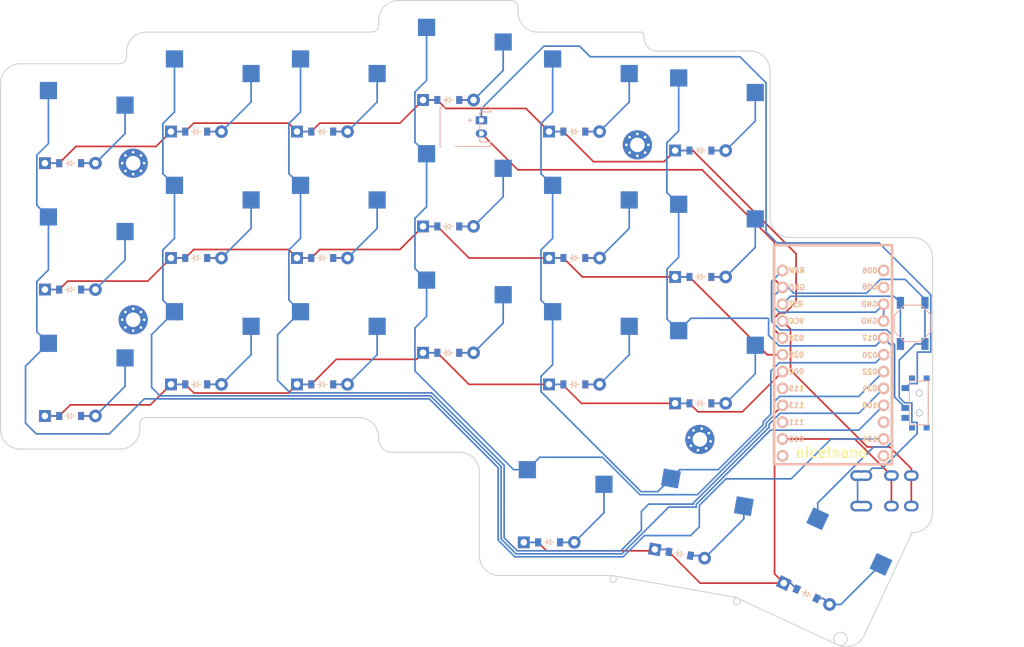
<source format=kicad_pcb>
(kicad_pcb (version 20221018) (generator pcbnew)
  (title_block (title "left") (rev "v1.0.0") (company "Unknown"))
  (layers (0 "F.Cu" signal) (31 "B.Cu" signal) (34 "B.Paste" user) (35 "F.Paste" user) (36 "B.SilkS" user "B.Silkscreen") (37 "F.SilkS" user "F.Silkscreen") (38 "B.Mask" user) (39 "F.Mask" user) (44 "Edge.Cuts" user))
  (net 0 "")
  (net 1 "P017")
  (net 2 "reachy_cluster")
  (net 3 "P020")
  (net 4 "tucky_cluster")
  (net 5 "P022")
  (net 6 "stim_cluster")
  (net 7 "P104")
  (net 8 "outer_bottom")
  (net 9 "outer_home")
  (net 10 "outer_top")
  (net 11 "P100")
  (net 12 "pinky_bottom")
  (net 13 "pinky_home")
  (net 14 "pinky_top")
  (net 15 "P024")
  (net 16 "ring_bottom")
  (net 17 "ring_home")
  (net 18 "ring_top")
  (net 19 "middle_bottom")
  (net 20 "middle_home")
  (net 21 "middle_top")
  (net 22 "index_bottom")
  (net 23 "index_home")
  (net 24 "index_top")
  (net 25 "inner_bottom")
  (net 26 "inner_home")
  (net 27 "inner_top")
  (net 28 "P113")
  (net 29 "P002")
  (net 30 "P029")
  (net 31 "P031")
  (net 32 "pos")
  (net 33 "GND")
  (net 34 "RST")
  (net 35 "RAW")
  (net 36 "P010")
  (net 37 "VCC")
  (net 38 "P115")
  (net 39 "P111")
  (net 40 "P009")
  (net 41 "P006")
  (net 42 "P008")
  (net 43 "P011")
  (net 44 "P106")
  (footprint "E73:SPDT_C128955" (layer "F.Cu") (at 271.44955 162.8529 -90)
    (fp_text reference "T1" hide)
    (fp_text value "" hide)
  )
  (footprint "E73:SW_TACT_ALPS_SKQGABE010" (layer "F.Cu") (at 270.44955 150.8529 -90)
    (fp_text reference "B1" hide)
    (fp_text value "" hide)
  )
  (footprint "PG1350" (layer "F.Cu") (at 143.44955 140.7579)
    (fp_text reference "S5" hide)
    (fp_text value "" hide)
  )
  (footprint "PG1350" (layer "F.Cu") (at 256.583158 187.083755 -25)
    (fp_text reference "S1" hide)
    (fp_text value "" hide)
  )
  (footprint "ComboDiode" (layer "F.Cu") (at 143.44955 145.7579)
    (fp_text reference "D5" hide)
    (fp_text value "" hide)
  )
  (footprint "ComboDiode" (layer "F.Cu") (at 254.470067 191.615294 -25)
    (fp_text reference "D1" hide)
    (fp_text value "" hide)
  )
  (footprint "PG1350" (layer "F.Cu") (at 238.44955 138.8529)
    (fp_text reference "S20" hide)
    (fp_text value "" hide)
  )
  (footprint "PG1350" (layer "F.Cu") (at 162.44955 135.9954)
    (fp_text reference "S8" hide)
    (fp_text value "" hide)
  )
  (footprint "ComboDiode" (layer "F.Cu") (at 181.44955 140.9954)
    (fp_text reference "D11" hide)
    (fp_text value "" hide)
  )
  (footprint "TRRS-PJ-320A-dual" (layer "F.Cu") (at 273.44635 178.4007 -90)
    (fp_text reference "TRRS1")
    (fp_text value "TRRS-PJ-320A-dual")
  )
  (footprint "JST_PH_S2B-PH-K_02x2.00mm_Angled" (layer "F.Cu") (at 205.44955 121.2329 -90)
    (fp_text reference "JST1" hide)
    (fp_text value "" hide)
  )
  (footprint "ComboDiode" (layer "F.Cu") (at 181.44955 160.0454)
    (fp_text reference "D10" hide)
    (fp_text value "" hide)
  )
  (footprint "ComboDiode" (layer "F.Cu") (at 143.44955 164.8079)
    (fp_text reference "D4" hide)
    (fp_text value "" hide)
  )
  (footprint "PG1350" (layer "F.Cu") (at 181.44955 155.0454)
    (fp_text reference "S10" hide)
    (fp_text value "" hide)
  )
  (footprint "ComboDiode" (layer "F.Cu") (at 181.44955 121.9454)
    (fp_text reference "D12" hide)
    (fp_text value "" hide)
  )
  (footprint "PG1350" (layer "F.Cu") (at 236.198843 180.656605 -10)
    (fp_text reference "S2" hide)
    (fp_text value "" hide)
  )
  (footprint "ComboDiode" (layer "F.Cu") (at 238.44955 143.8529)
    (fp_text reference "D20" hide)
    (fp_text value "" hide)
  )
  (footprint "PG1350" (layer "F.Cu") (at 215.63955 178.8579)
    (fp_text reference "S3" hide)
    (fp_text value "" hide)
  )
  (footprint "ComboDiode" (layer "F.Cu") (at 219.44955 160.0454)
    (fp_text reference "D16" hide)
    (fp_text value "" hide)
  )
  (footprint "PG1350" (layer "F.Cu") (at 219.44955 135.9954)
    (fp_text reference "S17" hide)
    (fp_text value "" hide)
  )
  (footprint "ComboDiode" (layer "F.Cu") (at 238.44955 124.8029)
    (fp_text reference "D21" hide)
    (fp_text value "" hide)
  )
  (footprint "ComboDiode" (layer "F.Cu") (at 238.44955 162.9029)
    (fp_text reference "D19" hide)
    (fp_text value "" hide)
  )
  (footprint "MountingHole_2.2mm_M2_Pad_Via" (layer "F.Cu") (at 152.94955 150.3079)
    (fp_text reference "_2" hide)
    (fp_text value "")
  )
  (footprint "PG1350" (layer "F.Cu") (at 181.44955 116.9454)
    (fp_text reference "S12" hide)
    (fp_text value "" hide)
  )
  (footprint "PG1350" (layer "F.Cu") (at 162.44955 116.9454)
    (fp_text reference "S9" hide)
    (fp_text value "" hide)
  )
  (footprint "MountingHole_2.2mm_M2_Pad_Via" (layer "F.Cu") (at 228.94955 123.9454)
    (fp_text reference "_3" hide)
    (fp_text value "")
  )
  (footprint "ComboDiode" (layer "F.Cu") (at 200.44955 117.1829)
    (fp_text reference "D15" hide)
    (fp_text value "" hide)
  )
  (footprint "MountingHole_2.2mm_M2_Pad_Via" (layer "F.Cu") (at 238.369445 168.346508 -10)
    (fp_text reference "_4" hide)
    (fp_text value "")
  )
  (footprint "PG1350" (layer "F.Cu") (at 143.44955 121.7079)
    (fp_text reference "S6" hide)
    (fp_text value "" hide)
  )
  (footprint "PG1350" (layer "F.Cu") (at 162.44955 155.0454)
    (fp_text reference "S7" hide)
    (fp_text value "" hide)
  )
  (footprint "PG1350" (layer "F.Cu") (at 200.44955 131.2329)
    (fp_text reference "S14" hide)
    (fp_text value "" hide)
  )
  (footprint "ComboDiode" (layer "F.Cu") (at 219.44955 140.9954)
    (fp_text reference "D17" hide)
    (fp_text value "" hide)
  )
  (footprint "ComboDiode" (layer "F.Cu") (at 162.44955 140.9954)
    (fp_text reference "D8" hide)
    (fp_text value "" hide)
  )
  (footprint "ComboDiode" (layer "F.Cu") (at 235.330602 185.580644 -10)
    (fp_text reference "D2" hide)
    (fp_text value "" hide)
  )
  (footprint "PG1350" (layer "F.Cu") (at 200.44955 150.2829)
    (fp_text reference "S13" hide)
    (fp_text value "" hide)
  )
  (footprint "PG1350" (layer "F.Cu") (at 181.44955 135.9954)
    (fp_text reference "S11" hide)
    (fp_text value "" hide)
  )
  (footprint "PG1350" (layer "F.Cu") (at 143.44955 159.8079)
    (fp_text reference "S4" hide)
    (fp_text value "" hide)
  )
  (footprint "ComboDiode" (layer "F.Cu") (at 215.63955 183.8579)
    (fp_text reference "D3" hide)
    (fp_text value "" hide)
  )
  (footprint "PG1350" (layer "F.Cu") (at 238.44955 119.8029)
    (fp_text reference "S21" hide)
    (fp_text value "" hide)
  )
  (footprint "PG1350" (layer "F.Cu") (at 219.44955 155.0454)
    (fp_text reference "S16" hide)
    (fp_text value "" hide)
  )
  (footprint "ComboDiode" (layer "F.Cu") (at 143.44955 126.7079)
    (fp_text reference "D6" hide)
    (fp_text value "" hide)
  )
  (footprint "PG1350" (layer "F.Cu") (at 219.44955 116.9454)
    (fp_text reference "S18" hide)
    (fp_text value "" hide)
  )
  (footprint "nice_nano" (layer "F.Cu") (at 258.44955 156.8529 -90)
    (fp_text reference "MCU1" hide)
    (fp_text value "nice_nano" hide)
  )
  (footprint "ComboDiode" (layer "F.Cu") (at 162.44955 121.9454)
    (fp_text reference "D9" hide)
    (fp_text value "" hide)
  )
  (footprint "PG1350" (layer "F.Cu") (at 200.44955 112.1829)
    (fp_text reference "S15" hide)
    (fp_text value "" hide)
  )
  (footprint "ComboDiode" (layer "F.Cu") (at 219.44955 121.9454)
    (fp_text reference "D18" hide)
    (fp_text value "" hide)
  )
  (footprint "ComboDiode" (layer "F.Cu") (at 200.44955 155.2829)
    (fp_text reference "D13" hide)
    (fp_text value "" hide)
  )
  (footprint "ComboDiode" (layer "F.Cu") (at 200.44955 136.2329)
    (fp_text reference "D14" hide)
    (fp_text value "" hide)
  )
  (footprint "PG1350" (layer "F.Cu") (at 238.44955 157.9029)
    (fp_text reference "S19" hide)
    (fp_text value "" hide)
  )
  (footprint "ComboDiode" (layer "F.Cu") (at 162.44955 160.0454)
    (fp_text reference "D7" hide)
    (fp_text value "" hide)
  )
  (footprint "MountingHole_2.2mm_M2_Pad_Via" (layer "F.Cu") (at 152.94955 126.7079)
    (fp_text reference "_1" hide)
    (fp_text value "")
  )
  (gr_line (start 189.94955 105.1829) (end 189.94955 105.9454) (stroke (width 0.15)) (layer "Edge.Cuts"))
  (gr_arc (start 151.94955 110.7079) (mid 151.656657 111.415007) (end 150.94955 111.7079) (stroke (width 0.15)) (layer "Edge.Cuts"))
  (gr_line (start 229.94955 107.8029) (end 229.94955 107.4454) (stroke (width 0.15)) (layer "Edge.Cuts"))
  (gr_line (start 151.94955 109.9454) (end 151.94955 110.7079) (stroke (width 0.15)) (layer "Edge.Cuts"))
  (gr_line (start 231.94955 109.8029) (end 245.94955 109.8029) (stroke (width 0.15)) (layer "Edge.Cuts"))
  (gr_arc (start 231.94955 109.8029) (mid 230.535336 109.217114) (end 229.94955 107.8029) (stroke (width 0.15)) (layer "Edge.Cuts"))
  (gr_arc (start 151.94955 109.9454) (mid 152.82823 107.82408) (end 154.94955 106.9454) (stroke (width 0.15)) (layer "Edge.Cuts"))
  (gr_arc (start 189.94955 105.9454) (mid 189.656657 106.652507) (end 188.94955 106.9454) (stroke (width 0.15)) (layer "Edge.Cuts"))
  (gr_arc (start 191.94955 170.2829) (mid 190.535336 169.697114) (end 189.94955 168.2829) (stroke (width 0.15)) (layer "Edge.Cuts"))
  (gr_arc (start 259.154284 199.31647) (mid 259.99952 197.503854) (end 259.154284 199.31647) (stroke (width 0.15)) (layer "Edge.Cuts"))
  (gr_line (start 244.139023 192.314739) (end 259.154284 199.31647) (stroke (width 0.15)) (layer "Edge.Cuts"))
  (gr_line (start 189.94955 168.2829) (end 189.94955 168.0454) (stroke (width 0.15)) (layer "Edge.Cuts"))
  (gr_arc (start 208.13955 188.8579) (mid 206.01823 187.97922) (end 205.13955 185.8579) (stroke (width 0.15)) (layer "Edge.Cuts"))
  (gr_arc (start 213.94955 106.9454) (mid 211.82823 106.06672) (end 210.94955 103.9454) (stroke (width 0.15)) (layer "Edge.Cuts"))
  (gr_arc (start 132.94955 114.7079) (mid 133.82823 112.58658) (end 135.94955 111.7079) (stroke (width 0.15)) (layer "Edge.Cuts"))
  (gr_line (start 210.94955 103.9454) (end 210.94955 103.1829) (stroke (width 0.15)) (layer "Edge.Cuts"))
  (gr_line (start 213.94955 106.9454) (end 229.44955 106.9454) (stroke (width 0.15)) (layer "Edge.Cuts"))
  (gr_line (start 153.94955 166.8079) (end 153.94955 166.0454) (stroke (width 0.15)) (layer "Edge.Cuts"))
  (gr_line (start 251.94955 137.9029) (end 270.44955 137.9029) (stroke (width 0.15)) (layer "Edge.Cuts"))
  (gr_line (start 208.13955 188.8579) (end 224.860527 188.8579) (stroke (width 0.15)) (layer "Edge.Cuts"))
  (gr_line (start 225.381471 188.903477) (end 243.392113 192.079239) (stroke (width 0.15)) (layer "Edge.Cuts"))
  (gr_arc (start 153.94955 166.0454) (mid 154.242443 165.338293) (end 154.94955 165.0454) (stroke (width 0.15)) (layer "Edge.Cuts"))
  (gr_arc (start 245.94955 109.8029) (mid 248.07087 110.68158) (end 248.94955 112.8029) (stroke (width 0.15)) (layer "Edge.Cuts"))
  (gr_line (start 154.94955 106.9454) (end 188.94955 106.9454) (stroke (width 0.15)) (layer "Edge.Cuts"))
  (gr_arc (start 263.141063 197.865401) (mid 261.448197 199.416594) (end 259.154284 199.31647) (stroke (width 0.15)) (layer "Edge.Cuts"))
  (gr_line (start 135.94955 111.7079) (end 150.94955 111.7079) (stroke (width 0.15)) (layer "Edge.Cuts"))
  (gr_arc (start 189.94955 105.1829) (mid 190.82823 103.06158) (end 192.94955 102.1829) (stroke (width 0.15)) (layer "Edge.Cuts"))
  (gr_line (start 263.141062 197.865401) (end 270.325573 182.458169) (stroke (width 0.15)) (layer "Edge.Cuts"))
  (gr_line (start 248.94955 134.9029) (end 248.94955 112.8029) (stroke (width 0.15)) (layer "Edge.Cuts"))
  (gr_line (start 135.94955 169.8079) (end 150.94955 169.8079) (stroke (width 0.15)) (layer "Edge.Cuts"))
  (gr_arc (start 186.94955 165.0454) (mid 189.07087 165.92408) (end 189.94955 168.0454) (stroke (width 0.15)) (layer "Edge.Cuts"))
  (gr_line (start 154.94955 165.0454) (end 186.94955 165.0454) (stroke (width 0.15)) (layer "Edge.Cuts"))
  (gr_arc (start 273.44955 179.4029) (mid 272.57087 181.52422) (end 270.44955 182.4029) (stroke (width 0.15)) (layer "Edge.Cuts"))
  (gr_arc (start 224.860527 188.8579) (mid 225.121994 188.869314) (end 225.381471 188.903477) (stroke (width 0.15)) (layer "Edge.Cuts"))
  (gr_arc (start 270.44955 137.9029) (mid 272.57087 138.78158) (end 273.44955 140.9029) (stroke (width 0.15)) (layer "Edge.Cuts"))
  (gr_line (start 209.94955 102.1829) (end 192.94955 102.1829) (stroke (width 0.15)) (layer "Edge.Cuts"))
  (gr_line (start 273.44955 179.4029) (end 273.44955 140.9029) (stroke (width 0.15)) (layer "Edge.Cuts"))
  (gr_line (start 270.325573 182.458169) (end 270.207048 182.4029) (stroke (width 0.15)) (layer "Edge.Cuts"))
  (gr_arc (start 243.392113 192.079239) (mid 243.773284 192.172515) (end 244.139023 192.314739) (stroke (width 0.15)) (layer "Edge.Cuts"))
  (gr_line (start 132.94955 166.8079) (end 132.94955 114.7079) (stroke (width 0.15)) (layer "Edge.Cuts"))
  (gr_arc (start 202.13955 170.2829) (mid 204.26087 171.16158) (end 205.13955 173.2829) (stroke (width 0.15)) (layer "Edge.Cuts"))
  (gr_arc (start 251.94955 137.9029) (mid 249.82823 137.02422) (end 248.94955 134.9029) (stroke (width 0.15)) (layer "Edge.Cuts"))
  (gr_line (start 191.94955 170.2829) (end 202.13955 170.2829) (stroke (width 0.15)) (layer "Edge.Cuts"))
  (gr_line (start 205.13955 185.8579) (end 205.13955 173.2829) (stroke (width 0.15)) (layer "Edge.Cuts"))
  (gr_line (start 270.44955 182.4029) (end 270.207048 182.4029) (stroke (width 0.15)) (layer "Edge.Cuts"))
  (gr_arc (start 225.381471 188.903477) (mid 225.207823 189.888285) (end 225.381471 188.903477) (stroke (width 0.15)) (layer "Edge.Cuts"))
  (gr_arc (start 209.94955 102.1829) (mid 210.656657 102.475793) (end 210.94955 103.1829) (stroke (width 0.15)) (layer "Edge.Cuts"))
  (gr_arc (start 229.44955 106.9454) (mid 229.803103 107.091847) (end 229.94955 107.4454) (stroke (width 0.15)) (layer "Edge.Cuts"))
  (gr_arc (start 153.94955 166.8079) (mid 153.07087 168.92922) (end 150.94955 169.8079) (stroke (width 0.15)) (layer "Edge.Cuts"))
  (gr_arc (start 244.139023 192.314739) (mid 243.716405 193.221047) (end 244.139023 192.314739) (stroke (width 0.15)) (layer "Edge.Cuts"))
  (gr_arc (start 135.94955 169.8079) (mid 133.82823 168.92922) (end 132.94955 166.8079) (stroke (width 0.15)) (layer "Edge.Cuts"))
  (segment (start 233.42555 142.6389) (end 233.42555 150.2039) (width 0.25) (layer "B.Cu") (net 1))
  (segment (start 235.17455 113.8529) (end 235.17455 121.8399) (width 0.25) (layer "B.Cu") (net 1))
  (segment (start 267.27085 168.780495) (end 267.27085 154.2442) (width 0.25) (layer "B.Cu") (net 1))
  (segment (start 267.27085 154.2442) (end 266.06955 153.0429) (width 0.25) (layer "B.Cu") (net 1))
  (segment (start 233.39095 123.6235) (end 233.39095 131.1193) (width 0.25) (layer "B.Cu") (net 1))
  (segment (start 266.567145 169.4842) (end 267.27085 168.780495) (width 0.25) (layer "B.Cu") (net 1))
  (segment (start 235.17455 121.8399) (end 233.39095 123.6235) (width 0.25) (layer "B.Cu") (net 1))
  (segment (start 256.129579 180.307149) (end 256.129579 177.926481) (width 0.25) (layer "B.Cu") (net 1))
  (segment (start 248.72825 152.640495) (end 250.331955 154.2442) (width 0.25) (layer "B.Cu") (net 1))
  (segment (start 233.42555 150.2039) (end 235.17455 151.9529) (width 0.25) (layer "B.Cu") (net 1))
  (segment (start 248.61595 150.0779) (end 248.72825 150.1902) (width 0.25) (layer "B.Cu") (net 1))
  (segment (start 256.129579 177.926481) (end 264.57186 169.4842) (width 0.25) (layer "B.Cu") (net 1))
  (segment (start 235.17455 132.9029) (end 235.17455 140.8899) (width 0.25) (layer "B.Cu") (net 1))
  (segment (start 233.39095 131.1193) (end 235.17455 132.9029) (width 0.25) (layer "B.Cu") (net 1))
  (segment (start 237.04955 150.0779) (end 248.61595 150.0779) (width 0.25) (layer "B.Cu") (net 1))
  (segment (start 250.331955 154.2442) (end 264.86825 154.2442) (width 0.25) (layer "B.Cu") (net 1))
  (segment (start 235.17455 140.8899) (end 233.42555 142.6389) (width 0.25) (layer "B.Cu") (net 1))
  (segment (start 264.86825 154.2442) (end 266.06955 153.0429) (width 0.25) (layer "B.Cu") (net 1))
  (segment (start 264.57186 169.4842) (end 266.567145 169.4842) (width 0.25) (layer "B.Cu") (net 1))
  (segment (start 235.17455 151.9529) (end 237.04955 150.0779) (width 0.25) (layer "B.Cu") (net 1))
  (segment (start 248.72825 150.1902) (end 248.72825 152.640495) (width 0.25) (layer "B.Cu") (net 1))
  (segment (start 255.965475 192.312614) (end 257.010244 192.312614) (width 0.25) (layer "F.Cu") (net 2))
  (segment (start 257.010244 192.312614) (end 257.9231 193.22547) (width 0.25) (layer "F.Cu") (net 2))
  (segment (start 257.010244 192.312614) (end 257.9231 193.22547) (width 0.25) (layer "B.Cu") (net 2))
  (segment (start 255.965475 192.312614) (end 257.010244 192.312614) (width 0.25) (layer "B.Cu") (net 2))
  (segment (start 265.667673 187.182267) (end 259.62447 193.22547) (width 0.25) (layer "B.Cu") (net 2))
  (segment (start 259.62447 193.22547) (end 257.9231 193.22547) (width 0.25) (layer "B.Cu") (net 2))
  (segment (start 249.0724 158.043755) (end 250.331955 156.7842) (width 0.25) (layer "B.Cu") (net 3))
  (segment (start 249.0724 164.528363) (end 249.0724 158.043755) (width 0.25) (layer "B.Cu") (net 3))
  (segment (start 250.331955 156.7842) (end 264.86825 156.7842) (width 0.25) (layer "B.Cu") (net 3))
  (segment (start 216.17455 149.0954) (end 216.17455 157.0824) (width 0.25) (layer "B.Cu") (net 3))
  (segment (start 241.146503 172.8978) (end 247.922895 166.121408) (width 0.25) (layer "B.Cu") (net 3))
  (segment (start 264.86825 156.7842) (end 266.06955 155.5829) (width 0.25) (layer "B.Cu") (net 3))
  (segment (start 232.013106 176.221999) (end 234.006804 174.228301) (width 0.25) (layer "B.Cu") (net 3))
  (segment (start 214.42555 147.3464) (end 216.17455 149.0954) (width 0.25) (layer "B.Cu") (net 3))
  (segment (start 216.17455 110.9954) (end 216.17455 118.9824) (width 0.25) (layer "B.Cu") (net 3))
  (segment (start 216.17455 118.9824) (end 214.42555 120.7314) (width 0.25) (layer "B.Cu") (net 3))
  (segment (start 229.510449 176.221999) (end 232.013106 176.221999) (width 0.25) (layer "B.Cu") (net 3))
  (segment (start 235.337305 172.8978) (end 241.146503 172.8978) (width 0.25) (layer "B.Cu") (net 3))
  (segment (start 247.922895 166.121408) (end 247.922895 165.677868) (width 0.25) (layer "B.Cu") (net 3))
  (segment (start 214.42555 139.7814) (end 214.42555 147.3464) (width 0.25) (layer "B.Cu") (net 3))
  (segment (start 234.006804 174.228301) (end 235.337305 172.8978) (width 0.25) (layer "B.Cu") (net 3))
  (segment (start 214.42555 158.8314) (end 214.42555 161.1371) (width 0.25) (layer "B.Cu") (net 3))
  (segment (start 216.17455 157.0824) (end 214.42555 158.8314) (width 0.25) (layer "B.Cu") (net 3))
  (segment (start 216.17455 138.0324) (end 214.42555 139.7814) (width 0.25) (layer "B.Cu") (net 3))
  (segment (start 247.922895 165.677868) (end 249.0724 164.528363) (width 0.25) (layer "B.Cu") (net 3))
  (segment (start 214.42555 161.1371) (end 229.510449 176.221999) (width 0.25) (layer "B.Cu") (net 3))
  (segment (start 214.42555 120.7314) (end 214.42555 128.2964) (width 0.25) (layer "B.Cu") (net 3))
  (segment (start 216.17455 130.0454) (end 216.17455 138.0324) (width 0.25) (layer "B.Cu") (net 3))
  (segment (start 214.42555 128.2964) (end 216.17455 130.0454) (width 0.25) (layer "B.Cu") (net 3))
  (segment (start 238.707639 185.867163) (end 239.08272 186.242244) (width 0.25) (layer "F.Cu") (net 4))
  (segment (start 236.955535 185.867163) (end 238.707639 185.867163) (width 0.25) (layer "F.Cu") (net 4))
  (segment (start 244.999308 178.400515) (end 244.999308 180.325656) (width 0.25) (layer "B.Cu") (net 4))
  (segment (start 238.707639 185.867163) (end 239.08272 186.242244) (width 0.25) (layer "B.Cu") (net 4))
  (segment (start 244.999308 180.325656) (end 239.08272 186.242244) (width 0.25) (layer "B.Cu") (net 4))
  (segment (start 236.955535 185.867163) (end 238.707639 185.867163) (width 0.25) (layer "B.Cu") (net 4))
  (segment (start 249.57075 162.6781) (end 250.38465 161.8642) (width 0.25) (layer "B.Cu") (net 5))
  (segment (start 197.17455 125.2829) (end 197.17455 133.2699) (width 0.25) (layer "B.Cu") (net 5))
  (segment (start 238.0087 176.671999) (end 248.372895 166.307804) (width 0.25) (layer "B.Cu") (net 5))
  (segment (start 195.42555 115.9689) (end 195.42555 123.5339) (width 0.25) (layer "B.Cu") (net 5))
  (segment (start 197.17455 149.791584) (end 195.42555 151.540584) (width 0.25) (layer "B.Cu") (net 5))
  (segment (start 248.372895 165.864264) (end 249.57075 164.666409) (width 0.25) (layer "B.Cu") (net 5))
  (segment (start 249.57075 164.666409) (end 249.57075 162.6781) (width 0.25) (layer "B.Cu") (net 5))
  (segment (start 197.17455 133.2699) (end 195.42555 135.0189) (width 0.25) (layer "B.Cu") (net 5))
  (segment (start 195.42555 142.5839) (end 197.17455 144.3329) (width 0.25) (layer "B.Cu") (net 5))
  (segment (start 223.684954 171.0329) (end 229.324053 176.671999) (width 0.25) (layer "B.Cu") (net 5))
  (segment (start 195.42555 158.03675) (end 210.2967 172.9079) (width 0.25) (layer "B.Cu") (net 5))
  (segment (start 195.42555 135.0189) (end 195.42555 142.5839) (width 0.25) (layer "B.Cu") (net 5))
  (segment (start 195.42555 151.540584) (end 195.42555 158.03675) (width 0.25) (layer "B.Cu") (net 5))
  (segment (start 214.23955 171.0329) (end 223.684954 171.0329) (width 0.25) (layer "B.Cu") (net 5))
  (segment (start 197.17455 106.2329) (end 197.17455 114.2199) (width 0.25) (layer "B.Cu") (net 5))
  (segment (start 229.324053 176.671999) (end 238.0087 176.671999) (width 0.25) (layer "B.Cu") (net 5))
  (segment (start 250.38465 161.8642) (end 262.32825 161.8642) (width 0.25) (layer "B.Cu") (net 5))
  (segment (start 197.17455 114.2199) (end 195.42555 115.9689) (width 0.25) (layer "B.Cu") (net 5))
  (segment (start 195.42555 123.5339) (end 197.17455 125.2829) (width 0.25) (layer "B.Cu") (net 5))
  (segment (start 262.32825 161.8642) (end 266.06955 158.1229) (width 0.25) (layer "B.Cu") (net 5))
  (segment (start 210.2967 172.9079) (end 212.36455 172.9079) (width 0.25) (layer "B.Cu") (net 5))
  (segment (start 212.36455 172.9079) (end 214.23955 171.0329) (width 0.25) (layer "B.Cu") (net 5))
  (segment (start 248.372895 166.307804) (end 248.372895 165.864264) (width 0.25) (layer "B.Cu") (net 5))
  (segment (start 197.17455 144.3329) (end 197.17455 149.791584) (width 0.25) (layer "B.Cu") (net 5))
  (segment (start 217.28955 183.8579) (end 219.44955 183.8579) (width 0.25) (layer "F.Cu") (net 6))
  (segment (start 223.91455 175.1079) (end 223.91455 179.3929) (width 0.25) (layer "B.Cu") (net 6))
  (segment (start 223.91455 179.3929) (end 219.44955 183.8579) (width 0.25) (layer "B.Cu") (net 6))
  (segment (start 217.28955 183.8579) (end 219.44955 183.8579) (width 0.25) (layer "B.Cu") (net 6))
  (segment (start 149.33345 167.513) (end 154.61455 162.2319) (width 0.25) (layer "B.Cu") (net 7))
  (segment (start 138.42555 152.1089) (end 140.17455 153.8579) (width 0.25) (layer "B.Cu") (net 7))
  (segment (start 236.972877 182.83757) (end 238.288343 181.522104) (width 0.25) (layer "B.Cu") (net 7))
  (segment (start 238.288343 178.301544) (end 242.303987 174.2859) (width 0.25) (layer "B.Cu") (net 7))
  (segment (start 252.134043 174.2859) (end 258.137043 168.2829) (width 0.25) (layer "B.Cu") (net 7))
  (segment (start 140.17455 134.8079) (end 140.17455 142.7949) (width 0.25) (layer "B.Cu") (net 7))
  (segment (start 226.81862 186.0354) (end 230.01645 182.83757) (width 0.25) (layer "B.Cu") (net 7))
  (segment (start 207.9642 172.610942) (end 207.9642 183.532942) (width 0.25) (layer "B.Cu") (net 7))
  (segment (start 140.17455 123.7449) (end 138.42555 125.4939) (width 0.25) (layer "B.Cu") (net 7))
  (segment (start 140.17455 115.7579) (end 140.17455 123.7449) (width 0.25) (layer "B.Cu") (net 7))
  (segment (start 242.303987 174.2859) (end 252.134043 174.2859) (width 0.25) (layer "B.Cu") (net 7))
  (segment (start 207.9642 183.532942) (end 210.466658 186.0354) (width 0.25) (layer "B.Cu") (net 7))
  (segment (start 140.17455 142.7949) (end 138.42555 144.5439) (width 0.25) (layer "B.Cu") (net 7))
  (segment (start 140.17455 153.8579) (end 136.72365 157.3088) (width 0.25) (layer "B.Cu") (net 7))
  (segment (start 138.42555 125.4939) (end 138.42555 133.0589) (width 0.25) (layer "B.Cu") (net 7))
  (segment (start 197.585158 162.2319) (end 207.9642 172.610942) (width 0.25) (layer "B.Cu") (net 7))
  (segment (start 138.35305 167.513) (end 149.33345 167.513) (width 0.25) (layer "B.Cu") (net 7))
  (segment (start 136.72365 157.3088) (end 136.72365 165.8836) (width 0.25) (layer "B.Cu") (net 7))
  (segment (start 154.61455 162.2319) (end 197.585158 162.2319) (width 0.25) (layer "B.Cu") (net 7))
  (segment (start 136.72365 165.8836) (end 138.35305 167.513) (width 0.25) (layer "B.Cu") (net 7))
  (segment (start 238.288343 181.522104) (end 238.288343 178.301544) (width 0.25) (layer "B.Cu") (net 7))
  (segment (start 210.466658 186.0354) (end 226.81862 186.0354) (width 0.25) (layer "B.Cu") (net 7))
  (segment (start 230.01645 182.83757) (end 236.972877 182.83757) (width 0.25) (layer "B.Cu") (net 7))
  (segment (start 138.42555 144.5439) (end 138.42555 152.1089) (width 0.25) (layer "B.Cu") (net 7))
  (segment (start 138.42555 133.0589) (end 140.17455 134.8079) (width 0.25) (layer "B.Cu") (net 7))
  (segment (start 258.137043 168.2829) (end 266.06955 168.2829) (width 0.25) (layer "B.Cu") (net 7))
  (segment (start 145.09955 164.8079) (end 147.25955 164.8079) (width 0.25) (layer "F.Cu") (net 8))
  (segment (start 145.09955 164.8079) (end 147.25955 164.8079) (width 0.25) (layer "B.Cu") (net 8))
  (segment (start 151.72455 160.3429) (end 147.25955 164.8079) (width 0.25) (layer "B.Cu") (net 8))
  (segment (start 151.72455 156.0579) (end 151.72455 160.3429) (width 0.25) (layer "B.Cu") (net 8))
  (segment (start 145.09955 145.7579) (end 147.25955 145.7579) (width 0.25) (layer "F.Cu") (net 9))
  (segment (start 151.72455 141.2929) (end 147.25955 145.7579) (width 0.25) (layer "B.Cu") (net 9))
  (segment (start 151.72455 137.0079) (end 151.72455 141.2929) (width 0.25) (layer "B.Cu") (net 9))
  (segment (start 145.09955 145.7579) (end 147.25955 145.7579) (width 0.25) (layer "B.Cu") (net 9))
  (segment (start 145.09955 126.7079) (end 147.25955 126.7079) (width 0.25) (layer "F.Cu") (net 10))
  (segment (start 151.72455 117.9579) (end 151.72455 122.2429) (width 0.25) (layer "B.Cu") (net 10))
  (segment (start 151.72455 122.2429) (end 147.25955 126.7079) (width 0.25) (layer "B.Cu") (net 10))
  (segment (start 145.09955 126.7079) (end 147.25955 126.7079) (width 0.25) (layer "B.Cu") (net 10))
  (segment (start 159.17455 118.9824) (end 157.42555 120.7314) (width 0.25) (layer "B.Cu") (net 11))
  (segment (start 157.42555 139.7814) (end 157.42555 147.3464) (width 0.25) (layer "B.Cu") (net 11))
  (segment (start 262.32825 166.9442) (end 266.06955 163.2029) (width 0.25) (layer "B.Cu") (net 11))
  (segment (start 155.72365 152.5463) (end 155.72365 160.4996) (width 0.25) (layer "B.Cu") (net 11))
  (segment (start 159.17455 110.9954) (end 159.17455 118.9824) (width 0.25) (layer "B.Cu") (net 11))
  (segment (start 226.632224 185.5854) (end 233.671724 178.5459) (width 0.25) (layer "B.Cu") (net 11))
  (segment (start 210.653054 185.5854) (end 226.632224 185.5854) (width 0.25) (layer "B.Cu") (net 11))
  (segment (start 237.838343 178.115148) (end 249.009291 166.9442) (width 0.25) (layer "B.Cu") (net 11))
  (segment (start 157.00595 161.7819) (end 197.771554 161.7819) (width 0.25) (layer "B.Cu") (net 11))
  (segment (start 159.17455 138.0324) (end 157.42555 139.7814) (width 0.25) (layer "B.Cu") (net 11))
  (segment (start 233.671724 178.5459) (end 237.838343 178.5459) (width 0.25) (layer "B.Cu") (net 11))
  (segment (start 249.009291 166.9442) (end 262.32825 166.9442) (width 0.25) (layer "B.Cu") (net 11))
  (segment (start 157.42555 147.3464) (end 159.17455 149.0954) (width 0.25) (layer "B.Cu") (net 11))
  (segment (start 208.4142 183.346546) (end 210.653054 185.5854) (width 0.25) (layer "B.Cu") (net 11))
  (segment (start 157.42555 128.2964) (end 159.17455 130.0454) (width 0.25) (layer "B.Cu") (net 11))
  (segment (start 159.17455 149.0954) (end 155.72365 152.5463) (width 0.25) (layer "B.Cu") (net 11))
  (segment (start 155.72365 160.4996) (end 157.00595 161.7819) (width 0.25) (layer "B.Cu") (net 11))
  (segment (start 237.838343 178.5459) (end 237.838343 178.115148) (width 0.25) (layer "B.Cu") (net 11))
  (segment (start 159.17455 130.0454) (end 159.17455 138.0324) (width 0.25) (layer "B.Cu") (net 11))
  (segment (start 208.4142 172.424546) (end 208.4142 183.346546) (width 0.25) (layer "B.Cu") (net 11))
  (segment (start 197.771554 161.7819) (end 208.4142 172.424546) (width 0.25) (layer "B.Cu") (net 11))
  (segment (start 157.42555 120.7314) (end 157.42555 128.2964) (width 0.25) (layer "B.Cu") (net 11))
  (segment (start 164.09955 160.0454) (end 166.25955 160.0454) (width 0.25) (layer "F.Cu") (net 12))
  (segment (start 164.09955 160.0454) (end 166.25955 160.0454) (width 0.25) (layer "B.Cu") (net 12))
  (segment (start 170.72455 155.5804) (end 166.25955 160.0454) (width 0.25) (layer "B.Cu") (net 12))
  (segment (start 170.72455 151.2954) (end 170.72455 155.5804) (width 0.25) (layer "B.Cu") (net 12))
  (segment (start 164.09955 140.9954) (end 166.25955 140.9954) (width 0.25) (layer "F.Cu") (net 13))
  (segment (start 170.72455 136.5304) (end 166.25955 140.9954) (width 0.25) (layer "B.Cu") (net 13))
  (segment (start 164.09955 140.9954) (end 166.25955 140.9954) (width 0.25) (layer "B.Cu") (net 13))
  (segment (start 170.72455 132.2454) (end 170.72455 136.5304) (width 0.25) (layer "B.Cu") (net 13))
  (segment (start 164.09955 121.9454) (end 166.25955 121.9454) (width 0.25) (layer "F.Cu") (net 14))
  (segment (start 170.72455 117.4804) (end 166.25955 121.9454) (width 0.25) (layer "B.Cu") (net 14))
  (segment (start 164.09955 121.9454) (end 166.25955 121.9454) (width 0.25) (layer "B.Cu") (net 14))
  (segment (start 170.72455 113.1954) (end 170.72455 117.4804) (width 0.25) (layer "B.Cu") (net 14))
  (segment (start 208.8642 183.16015) (end 208.8642 172.23815) (width 0.25) (layer "B.Cu") (net 15))
  (segment (start 262.32825 164.4042) (end 250.469355 164.4042) (width 0.25) (layer "B.Cu") (net 15))
  (segment (start 178.17455 130.0454) (end 178.17455 138.0324) (width 0.25) (layer "B.Cu") (net 15))
  (segment (start 178.17455 138.0324) (end 176.42555 139.7814) (width 0.25) (layer "B.Cu") (net 15))
  (segment (start 210.83945 185.1354) (end 208.8642 183.16015) (width 0.25) (layer "B.Cu") (net 15))
  (segment (start 174.72365 152.5463) (end 178.17455 149.0954) (width 0.25) (layer "B.Cu") (net 15))
  (segment (start 174.72365 159.4336) (end 174.72365 152.5463) (width 0.25) (layer "B.Cu") (net 15))
  (segment (start 178.17455 118.9824) (end 176.42555 120.7314) (width 0.25) (layer "B.Cu") (net 15))
  (segment (start 229.5565 182.024728) (end 226.445828 185.1354) (width 0.25) (layer "B.Cu") (net 15))
  (segment (start 176.42555 139.7814) (end 176.42555 147.3464) (width 0.25) (layer "B.Cu") (net 15))
  (segment (start 208.8642 172.23815) (end 197.95795 161.3319) (width 0.25) (layer "B.Cu") (net 15))
  (segment (start 230.654356 178.0959) (end 229.5565 179.193756) (width 0.25) (layer "B.Cu") (net 15))
  (segment (start 176.62195 161.3319) (end 174.72365 159.4336) (width 0.25) (layer "B.Cu") (net 15))
  (segment (start 226.445828 185.1354) (end 210.83945 185.1354) (width 0.25) (layer "B.Cu") (net 15))
  (segment (start 250.469355 164.4042) (end 248.822895 166.05066) (width 0.25) (layer "B.Cu") (net 15))
  (segment (start 176.42555 120.7314) (end 176.42555 128.2964) (width 0.25) (layer "B.Cu") (net 15))
  (segment (start 176.42555 128.2964) (end 178.17455 130.0454) (width 0.25) (layer "B.Cu") (net 15))
  (segment (start 266.06955 160.6629) (end 262.32825 164.4042) (width 0.25) (layer "B.Cu") (net 15))
  (segment (start 229.5565 179.193756) (end 229.5565 182.024728) (width 0.25) (layer "B.Cu") (net 15))
  (segment (start 197.95795 161.3319) (end 176.62195 161.3319) (width 0.25) (layer "B.Cu") (net 15))
  (segment (start 237.388343 177.928752) (end 237.388343 178.0959) (width 0.25) (layer "B.Cu") (net 15))
  (segment (start 237.388343 178.0959) (end 230.654356 178.0959) (width 0.25) (layer "B.Cu") (net 15))
  (segment (start 248.822895 166.05066) (end 248.822895 166.4942) (width 0.25) (layer "B.Cu") (net 15))
  (segment (start 178.17455 110.9954) (end 178.17455 118.9824) (width 0.25) (layer "B.Cu") (net 15))
  (segment (start 176.42555 147.3464) (end 178.17455 149.0954) (width 0.25) (layer "B.Cu") (net 15))
  (segment (start 248.822895 166.4942) (end 237.388343 177.928752) (width 0.25) (layer "B.Cu") (net 15))
  (segment (start 183.09955 160.0454) (end 185.25955 160.0454) (width 0.25) (layer "F.Cu") (net 16))
  (segment (start 189.72455 151.2954) (end 189.72455 155.5804) (width 0.25) (layer "B.Cu") (net 16))
  (segment (start 183.09955 160.0454) (end 185.25955 160.0454) (width 0.25) (layer "B.Cu") (net 16))
  (segment (start 189.72455 155.5804) (end 185.25955 160.0454) (width 0.25) (layer "B.Cu") (net 16))
  (segment (start 183.09955 140.9954) (end 185.25955 140.9954) (width 0.25) (layer "F.Cu") (net 17))
  (segment (start 189.72455 132.2454) (end 189.72455 136.5304) (width 0.25) (layer "B.Cu") (net 17))
  (segment (start 183.09955 140.9954) (end 185.25955 140.9954) (width 0.25) (layer "B.Cu") (net 17))
  (segment (start 189.72455 136.5304) (end 185.25955 140.9954) (width 0.25) (layer "B.Cu") (net 17))
  (segment (start 183.09955 121.9454) (end 185.25955 121.9454) (width 0.25) (layer "F.Cu") (net 18))
  (segment (start 189.72455 117.4804) (end 185.25955 121.9454) (width 0.25) (layer "B.Cu") (net 18))
  (segment (start 185.25955 121.9454) (end 183.09955 121.9454) (width 0.25) (layer "B.Cu") (net 18))
  (segment (start 189.72455 113.1954) (end 189.72455 117.4804) (width 0.25) (layer "B.Cu") (net 18))
  (segment (start 204.25955 155.2829) (end 202.09955 155.2829) (width 0.25) (layer "F.Cu") (net 19))
  (segment (start 202.09955 155.2829) (end 204.25955 155.2829) (width 0.25) (layer "B.Cu") (net 19))
  (segment (start 208.72455 150.8179) (end 204.25955 155.2829) (width 0.25) (layer "B.Cu") (net 19))
  (segment (start 208.72455 146.5329) (end 208.72455 150.8179) (width 0.25) (layer "B.Cu") (net 19))
  (segment (start 202.09955 136.2329) (end 204.25955 136.2329) (width 0.25) (layer "F.Cu") (net 20))
  (segment (start 208.72455 131.7679) (end 204.25955 136.2329) (width 0.25) (layer "B.Cu") (net 20))
  (segment (start 202.09955 136.2329) (end 204.25955 136.2329) (width 0.25) (layer "B.Cu") (net 20))
  (segment (start 208.72455 127.4829) (end 208.72455 131.7679) (width 0.25) (layer "B.Cu") (net 20))
  (segment (start 202.09955 117.1829) (end 204.25955 117.1829) (width 0.25) (layer "F.Cu") (net 21))
  (segment (start 204.25955 117.1829) (end 208.72455 112.7179) (width 0.25) (layer "B.Cu") (net 21))
  (segment (start 204.25955 117.1829) (end 202.09955 117.1829) (width 0.25) (layer "B.Cu") (net 21))
  (segment (start 208.72455 112.7179) (end 208.72455 108.4329) (width 0.25) (layer "B.Cu") (net 21))
  (segment (start 221.09955 160.0454) (end 223.25955 160.0454) (width 0.25) (layer "F.Cu") (net 22))
  (segment (start 227.72455 151.2954) (end 227.72455 155.5804) (width 0.25) (layer "B.Cu") (net 22))
  (segment (start 227.72455 155.5804) (end 223.25955 160.0454) (width 0.25) (layer "B.Cu") (net 22))
  (segment (start 221.09955 160.0454) (end 223.25955 160.0454) (width 0.25) (layer "B.Cu") (net 22))
  (segment (start 221.09955 140.9954) (end 223.25955 140.9954) (width 0.25) (layer "F.Cu") (net 23))
  (segment (start 221.09955 140.9954) (end 223.25955 140.9954) (width 0.25) (layer "B.Cu") (net 23))
  (segment (start 227.72455 132.2454) (end 227.72455 136.5304) (width 0.25) (layer "B.Cu") (net 23))
  (segment (start 227.72455 136.5304) (end 223.25955 140.9954) (width 0.25) (layer "B.Cu") (net 23))
  (segment (start 221.09955 121.9454) (end 223.25955 121.9454) (width 0.25) (layer "F.Cu") (net 24))
  (segment (start 221.09955 121.9454) (end 223.25955 121.9454) (width 0.25) (layer "B.Cu") (net 24))
  (segment (start 227.72455 113.1954) (end 227.72455 117.4804) (width 0.25) (layer "B.Cu") (net 24))
  (segment (start 227.72455 117.4804) (end 223.25955 121.9454) (width 0.25) (layer "B.Cu") (net 24))
  (segment (start 240.09955 162.9029) (end 242.25955 162.9029) (width 0.25) (layer "F.Cu") (net 25))
  (segment (start 246.72455 154.1529) (end 246.72455 158.4379) (width 0.25) (layer "B.Cu") (net 25))
  (segment (start 240.09955 162.9029) (end 242.25955 162.9029) (width 0.25) (layer "B.Cu") (net 25))
  (segment (start 246.72455 158.4379) (end 242.25955 162.9029) (width 0.25) (layer "B.Cu") (net 25))
  (segment (start 242.25955 143.8529) (end 240.09955 143.8529) (width 0.25) (layer "F.Cu") (net 26))
  (segment (start 246.72455 139.3879) (end 242.25955 143.8529) (width 0.25) (layer "B.Cu") (net 26))
  (segment (start 240.09955 143.8529) (end 242.25955 143.8529) (width 0.25) (layer "B.Cu") (net 26))
  (segment (start 246.72455 135.1029) (end 246.72455 139.3879) (width 0.25) (layer "B.Cu") (net 26))
  (segment (start 240.09955 124.8029) (end 242.25955 124.8029) (width 0.25) (layer "F.Cu") (net 27))
  (segment (start 246.72455 116.0529) (end 246.72455 120.3379) (width 0.25) (layer "B.Cu") (net 27))
  (segment (start 240.09955 124.8029) (end 242.25955 124.8029) (width 0.25) (layer "B.Cu") (net 27))
  (segment (start 246.72455 120.3379) (end 242.25955 124.8029) (width 0.25) (layer "B.Cu") (net 27))
  (segment (start 249.62825 164.4042) (end 250.82955 163.2029) (width 0.25) (layer "F.Cu") (net 28))
  (segment (start 251.017034 190.005118) (end 252.061803 190.005118) (width 0.25) (layer "F.Cu") (net 28))
  (segment (start 252.061803 190.005118) (end 252.974659 190.917974) (width 0.25) (layer "F.Cu") (net 28))
  (segment (start 249.62825 188.616334) (end 249.62825 164.4042) (width 0.25) (layer "F.Cu") (net 28))
  (segment (start 231.362128 185.1354) (end 231.578484 184.919044) (width 0.25) (layer "F.Cu") (net 28))
  (segment (start 251.017034 190.005118) (end 249.62825 188.616334) (width 0.25) (layer "F.Cu") (net 28))
  (segment (start 233.330588 184.919044) (end 233.705669 185.294125) (width 0.25) (layer "F.Cu") (net 28))
  (segment (start 238.416662 190.005118) (end 251.017034 190.005118) (width 0.25) (layer "F.Cu") (net 28))
  (segment (start 213.98955 183.8579) (end 215.26705 185.1354) (width 0.25) (layer "F.Cu") (net 28))
  (segment (start 215.26705 185.1354) (end 231.362128 185.1354) (width 0.25) (layer "F.Cu") (net 28))
  (segment (start 211.82955 183.8579) (end 213.98955 183.8579) (width 0.25) (layer "F.Cu") (net 28))
  (segment (start 233.705669 185.294125) (end 238.416662 190.005118) (width 0.25) (layer "F.Cu") (net 28))
  (segment (start 231.578484 184.919044) (end 233.330588 184.919044) (width 0.25) (layer "F.Cu") (net 28))
  (segment (start 252.061803 190.005118) (end 252.974659 190.917974) (width 0.25) (layer "B.Cu") (net 28))
  (segment (start 231.578484 184.919044) (end 233.330588 184.919044) (width 0.25) (layer "B.Cu") (net 28))
  (segment (start 211.82955 183.8579) (end 213.98955 183.8579) (width 0.25) (layer "B.Cu") (net 28))
  (segment (start 251.017034 190.005118) (end 252.061803 190.005118) (width 0.25) (layer "B.Cu") (net 28))
  (segment (start 233.330588 184.919044) (end 233.705669 185.294125) (width 0.25) (layer "B.Cu") (net 28))
  (segment (start 179.79955 160.0454) (end 183.57365 156.2713) (width 0.25) (layer "F.Cu") (net 29))
  (segment (start 203.56205 160.0454) (end 215.63955 160.0454) (width 0.25) (layer "F.Cu") (net 29))
  (segment (start 215.63955 160.0454) (end 217.79955 160.0454) (width 0.25) (layer "F.Cu") (net 29))
  (segment (start 238.07705 164.1804) (end 244.77205 164.1804) (width 0.25) (layer "F.Cu") (net 29))
  (segment (start 217.79955 160.1954) (end 220.50705 162.9029) (width 0.25) (layer "F.Cu") (net 29))
  (segment (start 160.79955 160.0454) (end 162.11145 161.3573) (width 0.25) (layer "F.Cu") (net 29))
  (segment (start 158.63955 160.0454) (end 160.79955 160.0454) (width 0.25) (layer "F.Cu") (net 29))
  (segment (start 139.63955 164.8079) (end 141.79955 164.8079) (width 0.25) (layer "F.Cu") (net 29))
  (segment (start 220.50705 162.9029) (end 234.63955 162.9029) (width 0.25) (layer "F.Cu") (net 29))
  (segment (start 236.79955 162.9029) (end 238.07705 164.1804) (width 0.25) (layer "F.Cu") (net 29))
  (segment (start 198.79955 155.2829) (end 203.56205 160.0454) (width 0.25) (layer "F.Cu") (net 29))
  (segment (start 155.54965 163.1353) (end 158.63955 160.0454) (width 0.25) (layer "F.Cu") (net 29))
  (segment (start 141.79955 164.8079) (end 143.47215 163.1353) (width 0.25) (layer "F.Cu") (net 29))
  (segment (start 244.77205 164.1804) (end 250.82955 158.1229) (width 0.25) (layer "F.Cu") (net 29))
  (segment (start 183.57365 156.2713) (end 195.65115 156.2713) (width 0.25) (layer "F.Cu") (net 29))
  (segment (start 217.79955 160.0454) (end 217.79955 160.1954) (width 0.25) (layer "F.Cu") (net 29))
  (segment (start 177.63955 160.0454) (end 179.79955 160.0454) (width 0.25) (layer "F.Cu") (net 29))
  (segment (start 143.47215 163.1353) (end 155.54965 163.1353) (width 0.25) (layer "F.Cu") (net 29))
  (segment (start 196.63955 155.2829) (end 198.79955 155.2829) (width 0.25) (layer "F.Cu") (net 29))
  (segment (start 176.32765 161.3573) (end 177.63955 160.0454) (width 0.25) (layer "F.Cu") (net 29))
  (segment (start 162.11145 161.3573) (end 176.32765 161.3573) (width 0.25) (layer "F.Cu") (net 29))
  (segment (start 195.65115 156.2713) (end 196.63955 155.2829) (width 0.25) (layer "F.Cu") (net 29))
  (segment (start 234.63955 162.9029) (end 236.79955 162.9029) (width 0.25) (layer "F.Cu") (net 29))
  (segment (start 215.63955 160.0454) (end 217.79955 160.0454) (width 0.25) (layer "B.Cu") (net 29))
  (segment (start 158.63955 160.0454) (end 160.79955 160.0454) (width 0.25) (layer "B.Cu") (net 29))
  (segment (start 177.63955 160.0454) (end 179.79955 160.0454) (width 0.25) (layer "B.Cu") (net 29))
  (segment (start 196.63955 155.2829) (end 198.79955 155.2829) (width 0.25) (layer "B.Cu") (net 29))
  (segment (start 139.63955 164.8079) (end 141.79955 164.8079) (width 0.25) (layer "B.Cu") (net 29))
  (segment (start 234.63955 162.9029) (end 236.79955 162.9029) (width 0.25) (layer "B.Cu") (net 29))
  (segment (start 181.07705 139.7179) (end 179.79955 140.9954) (width 0.25) (layer "F.Cu") (net 30))
  (segment (start 177.63955 140.9954) (end 176.36205 139.7179) (width 0.25) (layer "F.Cu") (net 30))
  (segment (start 215.63955 140.9954) (end 203.56205 140.9954) (width 0.25) (layer "F.Cu") (net 30))
  (segment (start 143.07705 144.4804) (end 155.15455 144.4804) (width 0.25) (layer "F.Cu") (net 30))
  (segment (start 179.79955 140.9954) (end 177.63955 140.9954) (width 0.25) (layer "F.Cu") (net 30))
  (segment (start 176.36205 139.7179) (end 162.07705 139.7179) (width 0.25) (layer "F.Cu") (net 30))
  (segment (start 193.15455 139.7179) (end 181.07705 139.7179) (width 0.25) (layer "F.Cu") (net 30))
  (segment (start 203.56205 140.9954) (end 198.79955 136.2329) (width 0.25) (layer "F.Cu") (net 30))
  (segment (start 196.63955 136.2329) (end 193.15455 139.7179) (width 0.25) (layer "F.Cu") (net 30))
  (segment (start 141.79955 145.7579) (end 143.07705 144.4804) (width 0.25) (layer "F.Cu") (net 30))
  (segment (start 248.52955 155.5829) (end 250.82955 155.5829) (width 0.25) (layer "F.Cu") (net 30))
  (segment (start 155.15455 144.4804) (end 158.63955 140.9954) (width 0.25) (layer "F.Cu") (net 30))
  (segment (start 236.79955 143.8529) (end 234.63955 143.8529) (width 0.25) (layer "F.Cu") (net 30))
  (segment (start 162.07705 139.7179) (end 160.79955 140.9954) (width 0.25) (layer "F.Cu") (net 30))
  (segment (start 196.63955 136.2329) (end 198.79955 136.2329) (width 0.25) (layer "F.Cu") (net 30))
  (segment (start 236.79955 143.8529) (end 248.52955 155.5829) (width 0.25) (layer "F.Cu") (net 30))
  (segment (start 217.79955 140.9954) (end 215.63955 140.9954) (width 0.25) (layer "F.Cu") (net 30))
  (segment (start 139.63955 145.7579) (end 141.79955 145.7579) (width 0.25) (layer "F.Cu") (net 30))
  (segment (start 220.65705 143.8529) (end 217.79955 140.9954) (width 0.25) (layer "F.Cu") (net 30))
  (segment (start 234.63955 143.8529) (end 220.65705 143.8529) (width 0.25) (layer "F.Cu") (net 30))
  (segment (start 158.63955 140.9954) (end 160.79955 140.9954) (width 0.25) (layer "F.Cu") (net 30))
  (segment (start 196.63955 136.2329) (end 198.79955 136.2329) (width 0.25) (layer "B.Cu") (net 30))
  (segment (start 234.63955 143.8529) (end 236.79955 143.8529) (width 0.25) (layer "B.Cu") (net 30))
  (segment (start 139.63955 145.7579) (end 141.79955 145.7579) (width 0.25) (layer "B.Cu") (net 30))
  (segment (start 158.63955 140.9954) (end 160.79955 140.9954) (width 0.25) (layer "B.Cu") (net 30))
  (segment (start 177.63955 140.9954) (end 179.79955 140.9954) (width 0.25) (layer "B.Cu") (net 30))
  (segment (start 215.63955 140.9954) (end 217.79955 140.9954) (width 0.25) (layer "B.Cu") (net 30))
  (segment (start 249.62825 150.005305) (end 249.62825 151.8416) (width 0.25) (layer "F.Cu") (net 31))
  (segment (start 252.874852 140.35742) (end 252.874852 147.616493) (width 0.25) (layer "F.Cu") (net 31))
  (segment (start 144.32455 124.1829) (end 156.40205 124.1829) (width 0.25) (layer "F.Cu") (net 31))
  (segment (start 160.79955 121.9454) (end 162.07705 120.6679) (width 0.25) (layer "F.Cu") (net 31))
  (segment (start 250.331955 149.3016) (end 249.62825 150.005305) (width 0.25) (layer "F.Cu") (net 31))
  (segment (start 193.15455 120.6679) (end 196.63955 117.1829) (width 0.25) (layer "F.Cu") (net 31))
  (segment (start 141.79955 126.7079) (end 144.32455 124.1829) (width 0.25) (layer "F.Cu") (net 31))
  (segment (start 156.40205 124.1829) (end 158.63955 121.9454) (width 0.25) (layer "F.Cu") (net 31))
  (segment (start 232.97205 126.4704) (end 222.32455 126.4704) (width 0.25) (layer "F.Cu") (net 31))
  (segment (start 234.63955 124.8029) (end 232.97205 126.4704) (width 0.25) (layer "F.Cu") (net 31))
  (segment (start 237.320332 124.8029) (end 252.874852 140.35742) (width 0.25) (layer "F.Cu") (net 31))
  (segment (start 234.63955 124.8029) (end 237.320332 124.8029) (width 0.25) (layer "F.Cu") (net 31))
  (segment (start 200.07705 118.4604) (end 198.79955 117.1829) (width 0.25) (layer "F.Cu") (net 31))
  (segment (start 177.63955 121.9454) (end 179.79955 121.9454) (width 0.25) (layer "F.Cu") (net 31))
  (segment (start 251.189745 149.3016) (end 250.331955 149.3016) (width 0.25) (layer "F.Cu") (net 31))
  (segment (start 215.63955 121.9454) (end 212.15455 118.4604) (width 0.25) (layer "F.Cu") (net 31))
  (segment (start 158.63955 121.9454) (end 160.79955 121.9454) (width 0.25) (layer "F.Cu") (net 31))
  (segment (start 215.63955 121.9454) (end 217.79955 121.9454) (width 0.25) (layer "F.Cu") (net 31))
  (segment (start 222.32455 126.4704) (end 217.79955 121.9454) (width 0.25) (layer "F.Cu") (net 31))
  (segment (start 236.79955 124.8029) (end 234.63955 124.8029) (width 0.25) (layer "F.Cu") (net 31))
  (segment (start 212.15455 118.4604) (end 200.07705 118.4604) (width 0.25) (layer "F.Cu") (net 31))
  (segment (start 162.07705 120.6679) (end 176.36205 120.6679) (width 0.25) (layer "F.Cu") (net 31))
  (segment (start 179.79955 121.9454) (end 181.07705 120.6679) (width 0.25) (layer "F.Cu") (net 31))
  (segment (start 252.874852 147.616493) (end 251.189745 149.3016) (width 0.25) (layer "F.Cu") (net 31))
  (segment (start 139.63955 126.7079) (end 141.79955 126.7079) (width 0.25) (layer "F.Cu") (net 31))
  (segment (start 249.62825 151.8416) (end 250.82955 153.0429) (width 0.25) (layer "F.Cu") (net 31))
  (segment (start 181.07705 120.6679) (end 193.15455 120.6679) (width 0.25) (layer "F.Cu") (net 31))
  (segment (start 176.36205 120.6679) (end 177.63955 121.9454) (width 0.25) (layer "F.Cu") (net 31))
  (segment (start 196.63955 117.1829) (end 198.79955 117.1829) (width 0.25) (layer "F.Cu") (net 31))
  (segment (start 215.63955 121.9454) (end 217.79955 121.9454) (width 0.25) (layer "B.Cu") (net 31))
  (segment (start 158.63955 121.9454) (end 160.79955 121.9454) (width 0.25) (layer "B.Cu") (net 31))
  (segment (start 234.63955 124.8029) (end 236.79955 124.8029) (width 0.25) (layer "B.Cu") (net 31))
  (segment (start 177.63955 121.9454) (end 179.79955 121.9454) (width 0.25) (layer "B.Cu") (net 31))
  (segment (start 196.63955 117.1829) (end 198.79955 117.1829) (width 0.25) (layer "B.Cu") (net 31))
  (segment (start 139.63955 126.7079) (end 141.79955 126.7079) (width 0.25) (layer "B.Cu") (net 31))
  (segment (start 214.86125 109.0587) (end 205.44955 118.4704) (width 0.25) (layer "B.Cu") (net 32))
  (segment (start 265.37255 138.7259) (end 250.00255 138.7259) (width 0.25) (layer "B.Cu") (net 32))
  (segment (start 250.00255 138.7259) (end 248.34955 137.0729) (width 0.25) (layer "B.Cu") (net 32))
  (segment (start 271.145 159.9279) (end 271.145 155.1779) (width 0.25) (layer "B.Cu") (net 32))
  (segment (start 244.41455 110.6589) (end 221.83395 110.6589) (width 0.25) (layer "B.Cu") (net 32))
  (segment (start 248.34955 137.0729) (end 248.34955 114.5939) (width 0.25) (layer "B.Cu") (net 32))
  (segment (start 205.44955 118.4704) (end 205.44955 120.2329) (width 0.25) (layer "B.Cu") (net 32))
  (segment (start 270.04955 159.9279) (end 271.145 159.9279) (width 0.25) (layer "B.Cu") (net 32))
  (segment (start 273.17455 146.5279) (end 265.37255 138.7259) (width 0.25) (layer "B.Cu") (net 32))
  (segment (start 271.145 155.1779) (end 273.17455 155.1779) (width 0.25) (layer "B.Cu") (net 32))
  (segment (start 269.37455 160.6029) (end 270.04955 159.9279) (width 0.25) (layer "B.Cu") (net 32))
  (segment (start 220.23375 109.0587) (end 214.86125 109.0587) (width 0.25) (layer "B.Cu") (net 32))
  (segment (start 273.17455 155.1779) (end 273.17455 146.5279) (width 0.25) (layer "B.Cu") (net 32))
  (segment (start 248.34955 114.5939) (end 244.41455 110.6589) (width 0.25) (layer "B.Cu") (net 32))
  (segment (start 221.83395 110.6589) (end 220.23375 109.0587) (width 0.25) (layer "B.Cu") (net 32))
  (segment (start 205.44955 122.2329) (end 210.91895 127.7023) (width 0.25) (layer "F.Cu") (net 33))
  (segment (start 249.59615 144.1895) (end 250.82955 145.4229) (width 0.25) (layer "F.Cu") (net 33))
  (segment (start 249.59615 138.59785) (end 249.59615 144.1895) (width 0.25) (layer "F.Cu") (net 33))
  (segment (start 238.7006 127.7023) (end 249.59615 138.59785) (width 0.25) (layer "F.Cu") (net 33))
  (segment (start 210.91895 127.7023) (end 238.7006 127.7023) (width 0.25) (layer "F.Cu") (net 33))
  (segment (start 262.14635 178.4007) (end 263.24635 178.4007) (width 0.25) (layer "F.Cu") (net 33))
  (segment (start 262.14635 173.8007) (end 263.24635 173.8007) (width 0.25) (layer "F.Cu") (net 33))
  (segment (start 270.8621 153.9529) (end 272.29955 153.9529) (width 0.25) (layer "B.Cu") (net 33))
  (segment (start 269.31585 144.2216) (end 265.571955 144.2216) (width 0.25) (layer "B.Cu") (net 33))
  (segment (start 265.9169 172.6757) (end 271.12455 167.46805) (width 0.25) (layer "B.Cu") (net 33))
  (segment (start 263.24635 173.8007) (end 264.37135 172.6757) (width 0.25) (layer "B.Cu") (net 33))
  (segment (start 263.481955 146.3116) (end 252.544 146.3116) (width 0.25) (layer "B.Cu") (net 33))
  (segment (start 270.32455 162.8279) (end 269.235946 162.8279) (width 0.25) (layer "B.Cu") (net 33))
  (segment (start 251.6553 145.4229) (end 250.82955 145.4229) (width 0.25) (layer "B.Cu") (net 33))
  (segment (start 249.62825 148.460495) (end 250.333055 149.1653) (width 0.25) (layer "B.Cu") (net 33))
  (segment (start 271.12455 165.7779) (end 270.32455 165.7779) (width 0.25) (layer "B.Cu") (net 33))
  (segment (start 250.333055 149.1653) (end 264.86715 149.1653) (width 0.25) (layer "B.Cu") (net 33))
  (segment (start 272.29955 147.7529) (end 272.29955 147.2053) (width 0.25) (layer "B.Cu") (net 33))
  (segment (start 268.42455 162.016504) (end 268.42455 156.39045) (width 0.25) (layer "B.Cu") (net 33))
  (segment (start 264.86715 149.1653) (end 266.06955 147.9629) (width 0.25) (layer "B.Cu") (net 33))
  (segment (start 264.37135 172.6757) (end 265.9169 172.6757) (width 0.25) (layer "B.Cu") (net 33))
  (segment (start 271.12455 167.46805) (end 271.12455 165.7779) (width 0.25) (layer "B.Cu") (net 33))
  (segment (start 252.544 146.3116) (end 251.6553 145.4229) (width 0.25) (layer "B.Cu") (net 33))
  (segment (start 269.235946 162.8279) (end 268.42455 162.016504) (width 0.25) (layer "B.Cu") (net 33))
  (segment (start 249.62825 146.6242) (end 249.62825 148.460495) (width 0.25) (layer "B.Cu") (net 33))
  (segment (start 270.32455 165.7779) (end 270.32455 162.8279) (width 0.25) (layer "B.Cu") (net 33))
  (segment (start 266.06955 147.9629) (end 266.06955 150.5029) (width 0.25) (layer "B.Cu") (net 33))
  (segment (start 272.29955 147.2053) (end 269.31585 144.2216) (width 0.25) (layer "B.Cu") (net 33))
  (segment (start 262.14635 173.8007) (end 262.14635 178.4007) (width 0.25) (layer "B.Cu") (net 33))
  (segment (start 272.29955 153.9529) (end 272.29955 147.7529) (width 0.25) (layer "B.Cu") (net 33))
  (segment (start 268.42455 156.39045) (end 270.8621 153.9529) (width 0.25) (layer "B.Cu") (net 33))
  (segment (start 250.82955 145.4229) (end 249.62825 146.6242) (width 0.25) (layer "B.Cu") (net 33))
  (segment (start 265.571955 144.2216) (end 263.481955 146.3116) (width 0.25) (layer "B.Cu") (net 33))
  (segment (start 267.60825 146.7616) (end 252.03085 146.7616) (width 0.25) (layer "B.Cu") (net 34))
  (segment (start 252.03085 146.7616) (end 250.82955 147.9629) (width 0.25) (layer "B.Cu") (net 34))
  (segment (start 268.59955 147.7529) (end 267.60825 146.7616) (width 0.25) (layer "B.Cu") (net 34))
  (segment (start 268.59955 153.9529) (end 268.59955 147.7529) (width 0.25) (layer "B.Cu") (net 34))
  (segment (start 267.72085 161.9492) (end 267.72085 154.057804) (width 0.25) (layer "B.Cu") (net 35))
  (segment (start 250.46905 151.8416) (end 249.17825 150.5508) (width 0.25) (layer "B.Cu") (net 35))
  (segment (start 267.72085 154.057804) (end 267.27085 153.607804) (width 0.25) (layer "B.Cu") (net 35))
  (segment (start 267.27085 153.607804) (end 267.27085 152.545305) (width 0.25) (layer "B.Cu") (net 35))
  (segment (start 249.17825 144.5342) (end 250.82955 142.8829) (width 0.25) (layer "B.Cu") (net 35))
  (segment (start 266.567145 151.8416) (end 250.46905 151.8416) (width 0.25) (layer "B.Cu") (net 35))
  (segment (start 267.27085 152.545305) (end 266.567145 151.8416) (width 0.25) (layer "B.Cu") (net 35))
  (segment (start 249.17825 150.5508) (end 249.17825 144.5342) (width 0.25) (layer "B.Cu") (net 35))
  (segment (start 269.37455 163.6029) (end 267.72085 161.9492) (width 0.25) (layer "B.Cu") (net 35))
  (segment (start 267.24635 173.8007) (end 261.72855 168.2829) (width 0.25) (layer "F.Cu") (net 36))
  (segment (start 261.72855 168.2829) (end 250.82955 168.2829) (width 0.25) (layer "F.Cu") (net 36))
  (segment (start 267.24635 178.4007) (end 267.24635 173.8007) (width 0.25) (layer "F.Cu") (net 36))
  (segment (start 270.24635 172.7507) (end 266.97985 169.4842) (width 0.25) (layer "F.Cu") (net 37))
  (segment (start 263.6166 169.4842) (end 252.03085 157.89845) (width 0.25) (layer "F.Cu") (net 37))
  (segment (start 252.03085 157.89845) (end 252.03085 151.7042) (width 0.25) (layer "F.Cu") (net 37))
  (segment (start 252.03085 151.7042) (end 250.82955 150.5029) (width 0.25) (layer "F.Cu") (net 37))
  (segment (start 266.97985 169.4842) (end 263.6166 169.4842) (width 0.25) (layer "F.Cu") (net 37))
  (segment (start 270.24635 173.8007) (end 270.24635 172.7507) (width 0.25) (layer "F.Cu") (net 37))
  (segment (start 270.24635 178.4007) (end 270.24635 173.8007) (width 0.25) (layer "F.Cu") (net 37))
)
</source>
